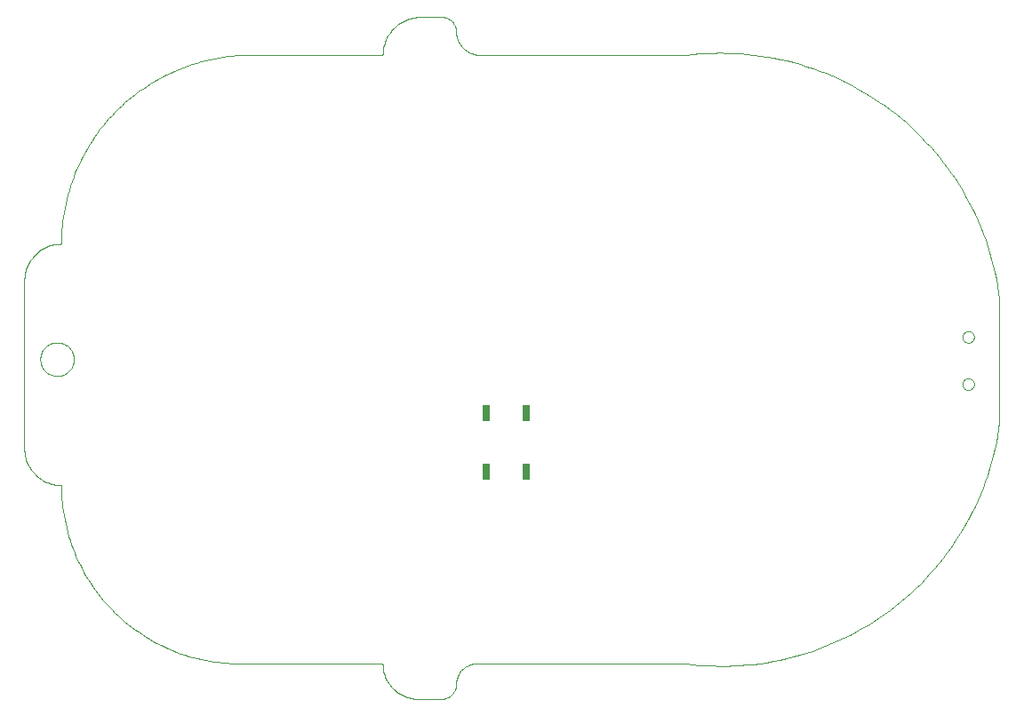
<source format=gbp>
G75*
%MOIN*%
%OFA0B0*%
%FSLAX24Y24*%
%IPPOS*%
%LPD*%
%AMOC8*
5,1,8,0,0,1.08239X$1,22.5*
%
%ADD10C,0.0000*%
%ADD11R,0.0300X0.0600*%
D10*
X008171Y001429D02*
X013535Y001429D01*
X013537Y001357D01*
X013543Y001285D01*
X013553Y001214D01*
X013566Y001143D01*
X013583Y001073D01*
X013605Y001005D01*
X013629Y000937D01*
X013658Y000871D01*
X013690Y000806D01*
X013725Y000744D01*
X013764Y000683D01*
X013806Y000625D01*
X013851Y000569D01*
X013899Y000515D01*
X013950Y000464D01*
X014004Y000416D01*
X014060Y000371D01*
X014118Y000329D01*
X014179Y000290D01*
X014241Y000255D01*
X014306Y000223D01*
X014372Y000194D01*
X014440Y000170D01*
X014508Y000148D01*
X014578Y000131D01*
X014649Y000118D01*
X014720Y000108D01*
X014792Y000102D01*
X014864Y000100D01*
X015734Y000100D01*
X015780Y000102D01*
X015826Y000108D01*
X015871Y000117D01*
X015915Y000130D01*
X015958Y000147D01*
X015999Y000167D01*
X016039Y000191D01*
X016076Y000217D01*
X016111Y000247D01*
X016144Y000280D01*
X016174Y000315D01*
X016200Y000352D01*
X016224Y000392D01*
X016244Y000433D01*
X016261Y000476D01*
X016274Y000520D01*
X016283Y000565D01*
X016289Y000611D01*
X016291Y000657D01*
X016293Y000710D01*
X016298Y000762D01*
X016307Y000814D01*
X016320Y000865D01*
X016336Y000916D01*
X016355Y000965D01*
X016378Y001012D01*
X016403Y001058D01*
X016432Y001102D01*
X016464Y001144D01*
X016499Y001184D01*
X016536Y001221D01*
X016576Y001256D01*
X016618Y001288D01*
X016662Y001317D01*
X016708Y001342D01*
X016755Y001365D01*
X016804Y001384D01*
X016855Y001400D01*
X016906Y001413D01*
X016958Y001422D01*
X017010Y001427D01*
X017063Y001429D01*
X024903Y001429D01*
X036665Y010484D02*
X036665Y015110D01*
X035275Y013683D02*
X035277Y013712D01*
X035283Y013740D01*
X035292Y013768D01*
X035305Y013794D01*
X035322Y013817D01*
X035341Y013839D01*
X035363Y013858D01*
X035388Y013873D01*
X035414Y013886D01*
X035442Y013894D01*
X035470Y013899D01*
X035499Y013900D01*
X035528Y013897D01*
X035556Y013890D01*
X035583Y013880D01*
X035609Y013866D01*
X035632Y013849D01*
X035653Y013829D01*
X035671Y013806D01*
X035686Y013781D01*
X035697Y013754D01*
X035705Y013726D01*
X035709Y013697D01*
X035709Y013669D01*
X035705Y013640D01*
X035697Y013612D01*
X035686Y013585D01*
X035671Y013560D01*
X035653Y013537D01*
X035632Y013517D01*
X035609Y013500D01*
X035583Y013486D01*
X035556Y013476D01*
X035528Y013469D01*
X035499Y013466D01*
X035470Y013467D01*
X035442Y013472D01*
X035414Y013480D01*
X035388Y013493D01*
X035363Y013508D01*
X035341Y013527D01*
X035322Y013549D01*
X035305Y013572D01*
X035292Y013598D01*
X035283Y013626D01*
X035277Y013654D01*
X035275Y013683D01*
X035275Y011911D02*
X035277Y011940D01*
X035283Y011968D01*
X035292Y011996D01*
X035305Y012022D01*
X035322Y012045D01*
X035341Y012067D01*
X035363Y012086D01*
X035388Y012101D01*
X035414Y012114D01*
X035442Y012122D01*
X035470Y012127D01*
X035499Y012128D01*
X035528Y012125D01*
X035556Y012118D01*
X035583Y012108D01*
X035609Y012094D01*
X035632Y012077D01*
X035653Y012057D01*
X035671Y012034D01*
X035686Y012009D01*
X035697Y011982D01*
X035705Y011954D01*
X035709Y011925D01*
X035709Y011897D01*
X035705Y011868D01*
X035697Y011840D01*
X035686Y011813D01*
X035671Y011788D01*
X035653Y011765D01*
X035632Y011745D01*
X035609Y011728D01*
X035583Y011714D01*
X035556Y011704D01*
X035528Y011697D01*
X035499Y011694D01*
X035470Y011695D01*
X035442Y011700D01*
X035414Y011708D01*
X035388Y011721D01*
X035363Y011736D01*
X035341Y011755D01*
X035322Y011777D01*
X035305Y011800D01*
X035292Y011826D01*
X035283Y011854D01*
X035277Y011882D01*
X035275Y011911D01*
X036664Y010484D02*
X036629Y010233D01*
X036587Y009982D01*
X036539Y009733D01*
X036485Y009485D01*
X036425Y009239D01*
X036360Y008994D01*
X036288Y008751D01*
X036210Y008509D01*
X036127Y008270D01*
X036038Y008032D01*
X035943Y007797D01*
X035843Y007564D01*
X035737Y007334D01*
X035625Y007106D01*
X035508Y006881D01*
X035386Y006659D01*
X035258Y006440D01*
X035125Y006224D01*
X034987Y006011D01*
X034843Y005802D01*
X034695Y005596D01*
X034542Y005394D01*
X034384Y005196D01*
X034221Y005001D01*
X034053Y004811D01*
X033881Y004624D01*
X033705Y004442D01*
X033524Y004264D01*
X033339Y004091D01*
X033149Y003922D01*
X032956Y003758D01*
X032759Y003598D01*
X032558Y003443D01*
X032353Y003294D01*
X032145Y003149D01*
X031933Y003009D01*
X031718Y002874D01*
X031500Y002745D01*
X031279Y002621D01*
X031055Y002502D01*
X030828Y002389D01*
X030598Y002281D01*
X030366Y002179D01*
X030132Y002083D01*
X029895Y001992D01*
X029656Y001907D01*
X029415Y001828D01*
X029172Y001754D01*
X028928Y001687D01*
X028681Y001625D01*
X028434Y001569D01*
X028185Y001520D01*
X027935Y001476D01*
X027685Y001439D01*
X027433Y001407D01*
X027181Y001382D01*
X026928Y001363D01*
X026674Y001349D01*
X026421Y001342D01*
X026167Y001341D01*
X025914Y001347D01*
X025660Y001358D01*
X025407Y001375D01*
X025155Y001399D01*
X024903Y001429D01*
X008171Y001429D02*
X008009Y001431D01*
X007848Y001437D01*
X007686Y001447D01*
X007525Y001460D01*
X007364Y001478D01*
X007204Y001499D01*
X007044Y001525D01*
X006885Y001554D01*
X006727Y001587D01*
X006569Y001623D01*
X006413Y001664D01*
X006257Y001708D01*
X006103Y001757D01*
X005950Y001808D01*
X005798Y001864D01*
X005647Y001923D01*
X005498Y001986D01*
X005351Y002052D01*
X005205Y002122D01*
X005061Y002196D01*
X004918Y002273D01*
X004778Y002353D01*
X004640Y002437D01*
X004503Y002524D01*
X004369Y002614D01*
X004237Y002707D01*
X004107Y002804D01*
X003980Y002904D01*
X003855Y003006D01*
X003733Y003112D01*
X003613Y003221D01*
X003496Y003332D01*
X003381Y003447D01*
X003270Y003564D01*
X003161Y003684D01*
X003055Y003806D01*
X002953Y003931D01*
X002853Y004058D01*
X002756Y004188D01*
X002663Y004320D01*
X002573Y004454D01*
X002486Y004591D01*
X002402Y004729D01*
X002322Y004869D01*
X002245Y005012D01*
X002171Y005156D01*
X002101Y005302D01*
X002035Y005449D01*
X001972Y005598D01*
X001913Y005749D01*
X001857Y005901D01*
X001806Y006054D01*
X001757Y006208D01*
X001713Y006364D01*
X001672Y006520D01*
X001636Y006678D01*
X001603Y006836D01*
X001574Y006995D01*
X001548Y007155D01*
X001527Y007315D01*
X001509Y007476D01*
X001496Y007637D01*
X001486Y007799D01*
X001480Y007960D01*
X001478Y008122D01*
X001406Y008124D01*
X001334Y008130D01*
X001262Y008139D01*
X001191Y008152D01*
X001121Y008169D01*
X001052Y008189D01*
X000984Y008214D01*
X000918Y008241D01*
X000852Y008272D01*
X000789Y008307D01*
X000727Y008344D01*
X000668Y008385D01*
X000611Y008429D01*
X000556Y008476D01*
X000504Y008526D01*
X000454Y008578D01*
X000407Y008633D01*
X000363Y008690D01*
X000322Y008749D01*
X000285Y008811D01*
X000250Y008874D01*
X000219Y008940D01*
X000192Y009006D01*
X000167Y009074D01*
X000147Y009143D01*
X000130Y009213D01*
X000117Y009284D01*
X000108Y009356D01*
X000102Y009428D01*
X000100Y009500D01*
X000100Y015799D01*
X000102Y015871D01*
X000108Y015943D01*
X000117Y016015D01*
X000130Y016086D01*
X000147Y016156D01*
X000167Y016225D01*
X000192Y016293D01*
X000219Y016359D01*
X000250Y016425D01*
X000285Y016488D01*
X000322Y016550D01*
X000363Y016609D01*
X000407Y016666D01*
X000454Y016721D01*
X000504Y016773D01*
X000556Y016823D01*
X000611Y016870D01*
X000668Y016914D01*
X000727Y016955D01*
X000789Y016992D01*
X000852Y017027D01*
X000918Y017058D01*
X000984Y017085D01*
X001052Y017110D01*
X001121Y017130D01*
X001191Y017147D01*
X001262Y017160D01*
X001334Y017169D01*
X001406Y017175D01*
X001478Y017177D01*
X000698Y012846D02*
X000700Y012896D01*
X000706Y012946D01*
X000716Y012995D01*
X000730Y013043D01*
X000747Y013090D01*
X000768Y013135D01*
X000793Y013179D01*
X000821Y013220D01*
X000853Y013259D01*
X000887Y013296D01*
X000924Y013330D01*
X000964Y013360D01*
X001006Y013387D01*
X001050Y013411D01*
X001096Y013432D01*
X001143Y013448D01*
X001191Y013461D01*
X001241Y013470D01*
X001290Y013475D01*
X001341Y013476D01*
X001391Y013473D01*
X001440Y013466D01*
X001489Y013455D01*
X001537Y013440D01*
X001583Y013422D01*
X001628Y013400D01*
X001671Y013374D01*
X001712Y013345D01*
X001751Y013313D01*
X001787Y013278D01*
X001819Y013240D01*
X001849Y013200D01*
X001876Y013157D01*
X001899Y013113D01*
X001918Y013067D01*
X001934Y013019D01*
X001946Y012970D01*
X001954Y012921D01*
X001958Y012871D01*
X001958Y012821D01*
X001954Y012771D01*
X001946Y012722D01*
X001934Y012673D01*
X001918Y012625D01*
X001899Y012579D01*
X001876Y012535D01*
X001849Y012492D01*
X001819Y012452D01*
X001787Y012414D01*
X001751Y012379D01*
X001712Y012347D01*
X001671Y012318D01*
X001628Y012292D01*
X001583Y012270D01*
X001537Y012252D01*
X001489Y012237D01*
X001440Y012226D01*
X001391Y012219D01*
X001341Y012216D01*
X001290Y012217D01*
X001241Y012222D01*
X001191Y012231D01*
X001143Y012244D01*
X001096Y012260D01*
X001050Y012281D01*
X001006Y012305D01*
X000964Y012332D01*
X000924Y012362D01*
X000887Y012396D01*
X000853Y012433D01*
X000821Y012472D01*
X000793Y012513D01*
X000768Y012557D01*
X000747Y012602D01*
X000730Y012649D01*
X000716Y012697D01*
X000706Y012746D01*
X000700Y012796D01*
X000698Y012846D01*
X001478Y017177D02*
X001480Y017348D01*
X001486Y017519D01*
X001497Y017690D01*
X001511Y017861D01*
X001530Y018031D01*
X001552Y018201D01*
X001579Y018370D01*
X001610Y018539D01*
X001645Y018706D01*
X001684Y018873D01*
X001727Y019039D01*
X001774Y019203D01*
X001825Y019367D01*
X001880Y019529D01*
X001939Y019690D01*
X002001Y019849D01*
X002068Y020007D01*
X002138Y020163D01*
X002212Y020318D01*
X002290Y020470D01*
X002371Y020621D01*
X002456Y020770D01*
X002545Y020916D01*
X002637Y021061D01*
X002733Y021203D01*
X002831Y021343D01*
X002934Y021480D01*
X003039Y021615D01*
X003148Y021747D01*
X003260Y021877D01*
X003375Y022003D01*
X003494Y022127D01*
X003615Y022248D01*
X003739Y022367D01*
X003865Y022482D01*
X003995Y022594D01*
X004127Y022703D01*
X004262Y022808D01*
X004399Y022911D01*
X004539Y023009D01*
X004681Y023105D01*
X004826Y023197D01*
X004972Y023286D01*
X005121Y023371D01*
X005272Y023452D01*
X005424Y023530D01*
X005579Y023604D01*
X005735Y023674D01*
X005893Y023741D01*
X006052Y023803D01*
X006213Y023862D01*
X006375Y023917D01*
X006539Y023968D01*
X006703Y024015D01*
X006869Y024058D01*
X007036Y024097D01*
X007203Y024132D01*
X007372Y024163D01*
X007541Y024190D01*
X007711Y024212D01*
X007881Y024231D01*
X008052Y024245D01*
X008223Y024256D01*
X008394Y024262D01*
X008565Y024264D01*
X008565Y024263D02*
X013535Y024263D01*
X013537Y024338D01*
X013543Y024412D01*
X013553Y024486D01*
X013566Y024560D01*
X013584Y024632D01*
X013605Y024704D01*
X013630Y024774D01*
X013658Y024843D01*
X013691Y024911D01*
X013726Y024977D01*
X013765Y025040D01*
X013808Y025102D01*
X013853Y025161D01*
X013902Y025218D01*
X013953Y025272D01*
X014007Y025323D01*
X014064Y025372D01*
X014123Y025417D01*
X014185Y025460D01*
X014249Y025499D01*
X014314Y025534D01*
X014382Y025567D01*
X014451Y025595D01*
X014521Y025620D01*
X014593Y025641D01*
X014665Y025659D01*
X014739Y025672D01*
X014813Y025682D01*
X014887Y025688D01*
X014962Y025690D01*
X014962Y025691D02*
X015734Y025691D01*
X015780Y025689D01*
X015826Y025683D01*
X015871Y025674D01*
X015915Y025661D01*
X015958Y025644D01*
X015999Y025624D01*
X016039Y025600D01*
X016076Y025574D01*
X016111Y025544D01*
X016144Y025511D01*
X016174Y025476D01*
X016200Y025439D01*
X016224Y025399D01*
X016244Y025358D01*
X016261Y025315D01*
X016274Y025271D01*
X016283Y025226D01*
X016289Y025180D01*
X016291Y025134D01*
X016293Y025077D01*
X016298Y025020D01*
X016308Y024964D01*
X016321Y024909D01*
X016337Y024854D01*
X016357Y024801D01*
X016381Y024749D01*
X016408Y024699D01*
X016438Y024651D01*
X016471Y024604D01*
X016507Y024560D01*
X016546Y024519D01*
X016587Y024480D01*
X016631Y024444D01*
X016678Y024411D01*
X016726Y024381D01*
X016776Y024354D01*
X016828Y024330D01*
X016881Y024310D01*
X016936Y024294D01*
X016991Y024281D01*
X017047Y024271D01*
X017104Y024266D01*
X017161Y024264D01*
X017161Y024263D02*
X024903Y024263D01*
X024903Y024264D02*
X025156Y024292D01*
X025410Y024315D01*
X025664Y024331D01*
X025918Y024341D01*
X026173Y024345D01*
X026428Y024343D01*
X026682Y024334D01*
X026936Y024320D01*
X027190Y024299D01*
X027443Y024272D01*
X027696Y024239D01*
X027948Y024200D01*
X028198Y024155D01*
X028448Y024104D01*
X028696Y024047D01*
X028943Y023984D01*
X029188Y023915D01*
X029431Y023840D01*
X029673Y023759D01*
X029912Y023672D01*
X030150Y023580D01*
X030385Y023482D01*
X030617Y023378D01*
X030847Y023269D01*
X031075Y023154D01*
X031299Y023033D01*
X031520Y022908D01*
X031739Y022776D01*
X031954Y022640D01*
X032166Y022499D01*
X032374Y022352D01*
X032579Y022201D01*
X032780Y022044D01*
X032977Y021883D01*
X033170Y021717D01*
X033359Y021547D01*
X033544Y021371D01*
X033725Y021192D01*
X033901Y021008D01*
X034073Y020820D01*
X034240Y020628D01*
X034403Y020432D01*
X034560Y020232D01*
X034713Y020028D01*
X034861Y019821D01*
X035004Y019610D01*
X035142Y019396D01*
X035274Y019178D01*
X035401Y018958D01*
X035523Y018734D01*
X035639Y018507D01*
X035750Y018278D01*
X035855Y018046D01*
X035955Y017812D01*
X036049Y017575D01*
X036137Y017336D01*
X036220Y017095D01*
X036296Y016852D01*
X036367Y016608D01*
X036432Y016361D01*
X036490Y016113D01*
X036543Y015864D01*
X036590Y015614D01*
X036630Y015362D01*
X036665Y015110D01*
D11*
X018922Y010812D03*
X017422Y010812D03*
X017422Y008612D03*
X018922Y008612D03*
M02*

</source>
